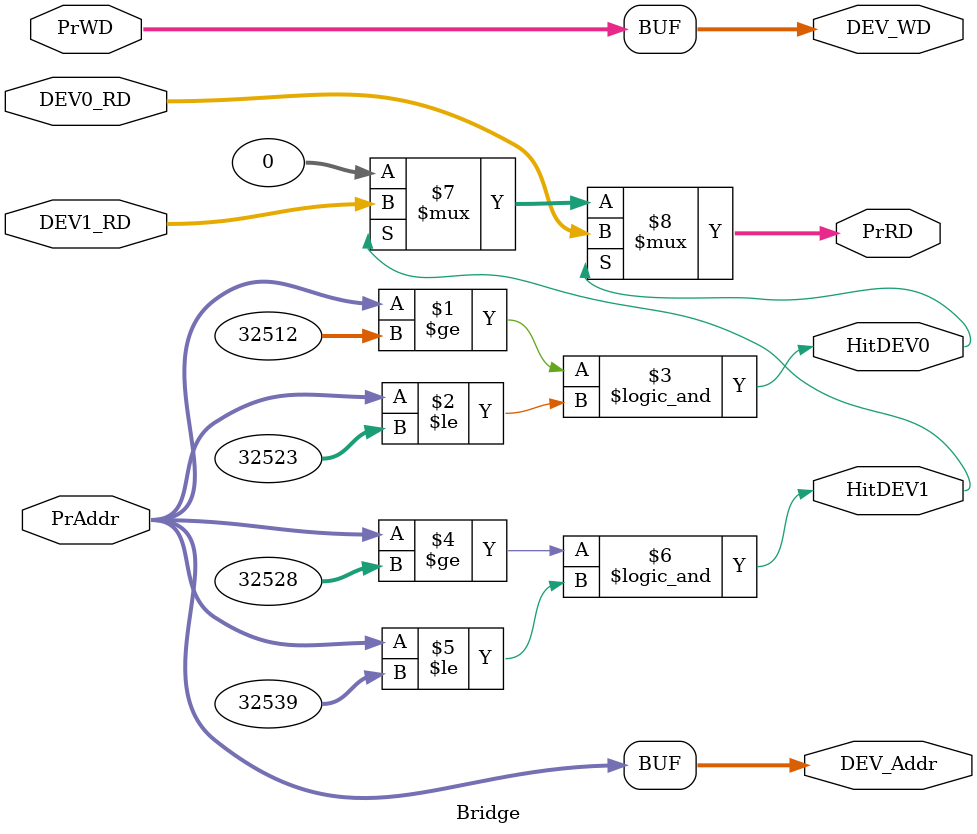
<source format=v>
`timescale 1ns / 1ps
module Bridge(
    input [31:0] PrAddr,
    input [31:0] PrWD,
    input [31:0] DEV0_RD,DEV1_RD,

    output [31:0] PrRD,DEV_WD,
    output [31:0] DEV_Addr,
    output HitDEV0,HitDEV1
    );
    
    assign DEV_WD = PrWD;
    assign DEV_Addr = PrAddr;
    assign HitDEV0 = (PrAddr >= 32'h0000_7F00 && PrAddr <= 32'h0000_7F0B);
    assign HitDEV1 = (PrAddr >= 32'h0000_7F10 && PrAddr <= 32'h0000_7F1B);

    assign PrRD =   HitDEV0 ? DEV0_RD :
                    HitDEV1 ? DEV1_RD :
                                    0;



endmodule

</source>
